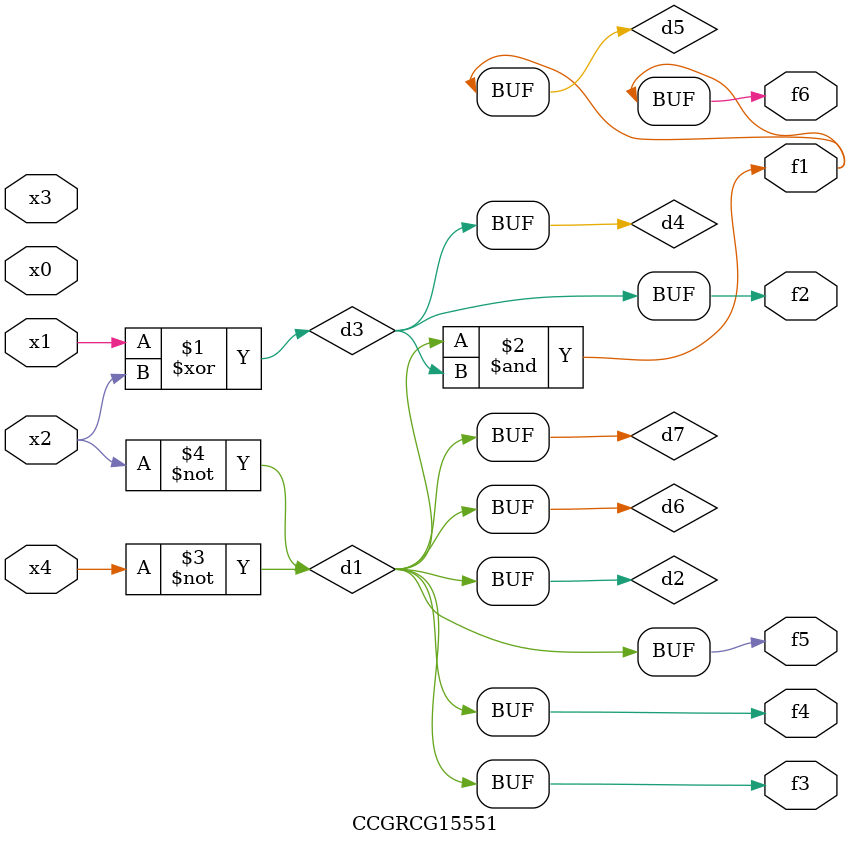
<source format=v>
module CCGRCG15551(
	input x0, x1, x2, x3, x4,
	output f1, f2, f3, f4, f5, f6
);

	wire d1, d2, d3, d4, d5, d6, d7;

	not (d1, x4);
	not (d2, x2);
	xor (d3, x1, x2);
	buf (d4, d3);
	and (d5, d1, d3);
	buf (d6, d1, d2);
	buf (d7, d2);
	assign f1 = d5;
	assign f2 = d4;
	assign f3 = d7;
	assign f4 = d7;
	assign f5 = d7;
	assign f6 = d5;
endmodule

</source>
